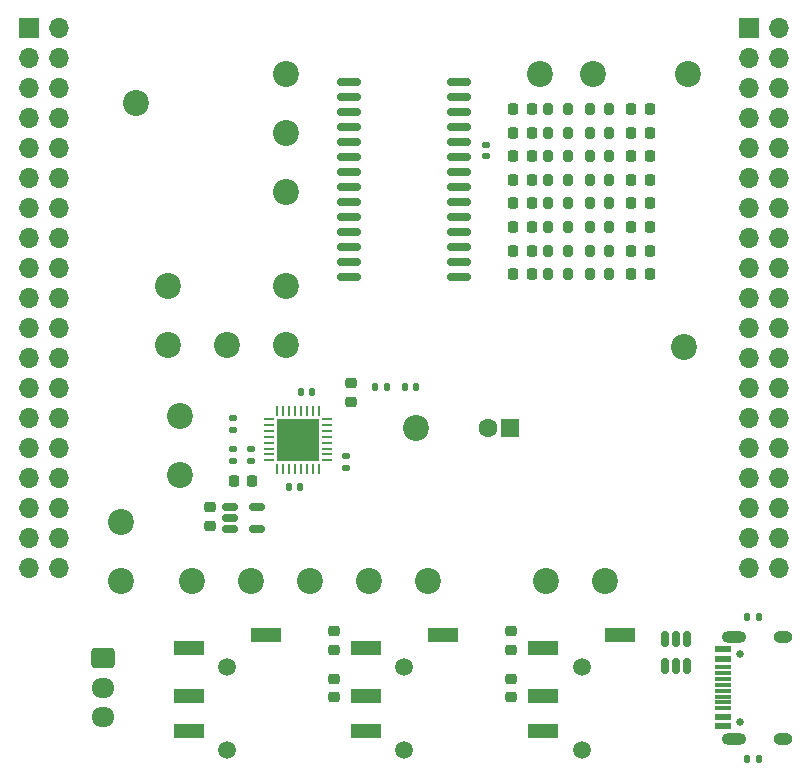
<source format=gbr>
%TF.GenerationSoftware,KiCad,Pcbnew,7.0.5-7.0.5~ubuntu22.04.1*%
%TF.CreationDate,2023-07-17T10:47:06+02:00*%
%TF.ProjectId,audio_iface,61756469-6f5f-4696-9661-63652e6b6963,rev?*%
%TF.SameCoordinates,Original*%
%TF.FileFunction,Soldermask,Top*%
%TF.FilePolarity,Negative*%
%FSLAX46Y46*%
G04 Gerber Fmt 4.6, Leading zero omitted, Abs format (unit mm)*
G04 Created by KiCad (PCBNEW 7.0.5-7.0.5~ubuntu22.04.1) date 2023-07-17 10:47:06*
%MOMM*%
%LPD*%
G01*
G04 APERTURE LIST*
G04 Aperture macros list*
%AMRoundRect*
0 Rectangle with rounded corners*
0 $1 Rounding radius*
0 $2 $3 $4 $5 $6 $7 $8 $9 X,Y pos of 4 corners*
0 Add a 4 corners polygon primitive as box body*
4,1,4,$2,$3,$4,$5,$6,$7,$8,$9,$2,$3,0*
0 Add four circle primitives for the rounded corners*
1,1,$1+$1,$2,$3*
1,1,$1+$1,$4,$5*
1,1,$1+$1,$6,$7*
1,1,$1+$1,$8,$9*
0 Add four rect primitives between the rounded corners*
20,1,$1+$1,$2,$3,$4,$5,0*
20,1,$1+$1,$4,$5,$6,$7,0*
20,1,$1+$1,$6,$7,$8,$9,0*
20,1,$1+$1,$8,$9,$2,$3,0*%
G04 Aperture macros list end*
%ADD10RoundRect,0.150000X-0.512500X-0.150000X0.512500X-0.150000X0.512500X0.150000X-0.512500X0.150000X0*%
%ADD11RoundRect,0.225000X-0.250000X0.225000X-0.250000X-0.225000X0.250000X-0.225000X0.250000X0.225000X0*%
%ADD12RoundRect,0.225000X0.225000X0.250000X-0.225000X0.250000X-0.225000X-0.250000X0.225000X-0.250000X0*%
%ADD13RoundRect,0.218750X-0.218750X-0.256250X0.218750X-0.256250X0.218750X0.256250X-0.218750X0.256250X0*%
%ADD14C,1.500000*%
%ADD15R,2.500000X1.200000*%
%ADD16C,2.200000*%
%ADD17RoundRect,0.200000X0.200000X0.275000X-0.200000X0.275000X-0.200000X-0.275000X0.200000X-0.275000X0*%
%ADD18RoundRect,0.135000X0.135000X0.185000X-0.135000X0.185000X-0.135000X-0.185000X0.135000X-0.185000X0*%
%ADD19RoundRect,0.250000X-0.725000X0.600000X-0.725000X-0.600000X0.725000X-0.600000X0.725000X0.600000X0*%
%ADD20O,1.950000X1.700000*%
%ADD21RoundRect,0.200000X-0.200000X-0.275000X0.200000X-0.275000X0.200000X0.275000X-0.200000X0.275000X0*%
%ADD22RoundRect,0.140000X-0.140000X-0.170000X0.140000X-0.170000X0.140000X0.170000X-0.140000X0.170000X0*%
%ADD23RoundRect,0.218750X0.218750X0.256250X-0.218750X0.256250X-0.218750X-0.256250X0.218750X-0.256250X0*%
%ADD24RoundRect,0.140000X0.170000X-0.140000X0.170000X0.140000X-0.170000X0.140000X-0.170000X-0.140000X0*%
%ADD25RoundRect,0.225000X0.250000X-0.225000X0.250000X0.225000X-0.250000X0.225000X-0.250000X-0.225000X0*%
%ADD26C,0.650000*%
%ADD27R,1.450000X0.600000*%
%ADD28R,1.450000X0.300000*%
%ADD29O,2.100000X1.000000*%
%ADD30O,1.600000X1.000000*%
%ADD31RoundRect,0.140000X-0.170000X0.140000X-0.170000X-0.140000X0.170000X-0.140000X0.170000X0.140000X0*%
%ADD32RoundRect,0.150000X-0.150000X0.512500X-0.150000X-0.512500X0.150000X-0.512500X0.150000X0.512500X0*%
%ADD33RoundRect,0.135000X0.185000X-0.135000X0.185000X0.135000X-0.185000X0.135000X-0.185000X-0.135000X0*%
%ADD34RoundRect,0.150000X0.875000X0.150000X-0.875000X0.150000X-0.875000X-0.150000X0.875000X-0.150000X0*%
%ADD35RoundRect,0.062500X0.062500X-0.337500X0.062500X0.337500X-0.062500X0.337500X-0.062500X-0.337500X0*%
%ADD36RoundRect,0.062500X0.337500X-0.062500X0.337500X0.062500X-0.337500X0.062500X-0.337500X-0.062500X0*%
%ADD37R,3.600000X3.600000*%
%ADD38RoundRect,0.140000X0.140000X0.170000X-0.140000X0.170000X-0.140000X-0.170000X0.140000X-0.170000X0*%
%ADD39R,1.600000X1.600000*%
%ADD40C,1.600000*%
%ADD41RoundRect,0.135000X-0.185000X0.135000X-0.185000X-0.135000X0.185000X-0.135000X0.185000X0.135000X0*%
%ADD42R,1.700000X1.700000*%
%ADD43O,1.700000X1.700000*%
G04 APERTURE END LIST*
D10*
%TO.C,U302*%
X37517500Y-87670000D03*
X37517500Y-89570000D03*
X35242500Y-89570000D03*
X35242500Y-88620000D03*
X35242500Y-87670000D03*
%TD*%
D11*
%TO.C,C309*%
X33517500Y-87715000D03*
X33517500Y-89265000D03*
%TD*%
D12*
%TO.C,C312*%
X35542500Y-85490000D03*
X37092500Y-85490000D03*
%TD*%
D13*
%TO.C,D508*%
X59212500Y-54000000D03*
X60787500Y-54000000D03*
%TD*%
D14*
%TO.C,J302*%
X50000000Y-108275000D03*
X50000000Y-101275000D03*
D15*
X46750000Y-103675000D03*
X46750000Y-106675000D03*
X53250000Y-98575000D03*
X46750000Y-99675000D03*
%TD*%
D16*
%TO.C,TP102*%
X66000000Y-51000000D03*
%TD*%
D17*
%TO.C,R515*%
X67325000Y-56000000D03*
X65675000Y-56000000D03*
%TD*%
D16*
%TO.C,TP301*%
X51000000Y-81000000D03*
%TD*%
D18*
%TO.C,R402*%
X80010000Y-109000000D03*
X78990000Y-109000000D03*
%TD*%
D16*
%TO.C,TP308*%
X37000000Y-94000000D03*
%TD*%
D11*
%TO.C,C310*%
X44000000Y-98225000D03*
X44000000Y-99775000D03*
%TD*%
D16*
%TO.C,TP202*%
X74000000Y-51000000D03*
%TD*%
D17*
%TO.C,R509*%
X67325000Y-68000000D03*
X65675000Y-68000000D03*
%TD*%
D16*
%TO.C,TP204*%
X26000000Y-89000000D03*
%TD*%
D19*
%TO.C,J201*%
X24450000Y-100500000D03*
D20*
X24450000Y-103000000D03*
X24450000Y-105500000D03*
%TD*%
D13*
%TO.C,D503*%
X59212500Y-64000000D03*
X60787500Y-64000000D03*
%TD*%
D16*
%TO.C,TP111*%
X31020000Y-85000000D03*
%TD*%
D18*
%TO.C,R301*%
X48510000Y-77500000D03*
X47490000Y-77500000D03*
%TD*%
D16*
%TO.C,TP112*%
X31020000Y-80000000D03*
%TD*%
D21*
%TO.C,R503*%
X62175000Y-64000000D03*
X63825000Y-64000000D03*
%TD*%
%TO.C,R506*%
X62175000Y-58000000D03*
X63825000Y-58000000D03*
%TD*%
D17*
%TO.C,R511*%
X67325000Y-64000000D03*
X65675000Y-64000000D03*
%TD*%
D21*
%TO.C,R504*%
X62175000Y-62000000D03*
X63825000Y-62000000D03*
%TD*%
D22*
%TO.C,C306*%
X41240000Y-78000000D03*
X42200000Y-78000000D03*
%TD*%
D23*
%TO.C,D513*%
X70787500Y-60000000D03*
X69212500Y-60000000D03*
%TD*%
D16*
%TO.C,TP306*%
X32000000Y-94000000D03*
%TD*%
D24*
%TO.C,C501*%
X56900000Y-57980000D03*
X56900000Y-57020000D03*
%TD*%
D21*
%TO.C,R501*%
X62175000Y-68000000D03*
X63825000Y-68000000D03*
%TD*%
D23*
%TO.C,D514*%
X70787500Y-58000000D03*
X69212500Y-58000000D03*
%TD*%
D11*
%TO.C,C304*%
X45500000Y-77225000D03*
X45500000Y-78775000D03*
%TD*%
D25*
%TO.C,C301*%
X59000000Y-99775000D03*
X59000000Y-98225000D03*
%TD*%
D21*
%TO.C,R505*%
X62175000Y-60000000D03*
X63825000Y-60000000D03*
%TD*%
D23*
%TO.C,D512*%
X70787500Y-62000000D03*
X69212500Y-62000000D03*
%TD*%
%TO.C,D511*%
X70787500Y-64000000D03*
X69212500Y-64000000D03*
%TD*%
D16*
%TO.C,TP106*%
X40000000Y-74000000D03*
%TD*%
D21*
%TO.C,R508*%
X62175000Y-54000000D03*
X63825000Y-54000000D03*
%TD*%
D16*
%TO.C,TP205*%
X73680000Y-74120000D03*
%TD*%
%TO.C,TP305*%
X52000000Y-94000000D03*
%TD*%
D23*
%TO.C,D510*%
X70787500Y-66000000D03*
X69212500Y-66000000D03*
%TD*%
D21*
%TO.C,R502*%
X62175000Y-66000000D03*
X63825000Y-66000000D03*
%TD*%
D17*
%TO.C,R513*%
X67325000Y-60000000D03*
X65675000Y-60000000D03*
%TD*%
D23*
%TO.C,D515*%
X70787500Y-56000000D03*
X69212500Y-56000000D03*
%TD*%
D26*
%TO.C,J401*%
X78400000Y-105890000D03*
X78400000Y-100110000D03*
D27*
X76955000Y-106250000D03*
X76955000Y-105450000D03*
D28*
X76955000Y-104250000D03*
X76955000Y-103250000D03*
X76955000Y-102750000D03*
X76955000Y-101750000D03*
D27*
X76955000Y-100550000D03*
X76955000Y-99750000D03*
X76955000Y-99750000D03*
X76955000Y-100550000D03*
D28*
X76955000Y-101250000D03*
X76955000Y-102250000D03*
X76955000Y-103750000D03*
X76955000Y-104750000D03*
D27*
X76955000Y-105450000D03*
X76955000Y-106250000D03*
D29*
X77870000Y-107320000D03*
D30*
X82050000Y-107320000D03*
D29*
X77870000Y-98680000D03*
D30*
X82050000Y-98680000D03*
%TD*%
D17*
%TO.C,R514*%
X67325000Y-58000000D03*
X65675000Y-58000000D03*
%TD*%
D16*
%TO.C,TP101*%
X40000000Y-61000000D03*
%TD*%
D31*
%TO.C,C305*%
X45020000Y-83420000D03*
X45020000Y-84380000D03*
%TD*%
D16*
%TO.C,TP107*%
X35000000Y-74000000D03*
%TD*%
D13*
%TO.C,D501*%
X59212500Y-68000000D03*
X60787500Y-68000000D03*
%TD*%
D16*
%TO.C,TP104*%
X40000000Y-56000000D03*
%TD*%
D22*
%TO.C,C303*%
X50020000Y-77500000D03*
X50980000Y-77500000D03*
%TD*%
D32*
%TO.C,U401*%
X73950000Y-98862500D03*
X73000000Y-98862500D03*
X72050000Y-98862500D03*
X72050000Y-101137500D03*
X73000000Y-101137500D03*
X73950000Y-101137500D03*
%TD*%
D13*
%TO.C,D505*%
X59212500Y-60000000D03*
X60787500Y-60000000D03*
%TD*%
D14*
%TO.C,J301*%
X65000000Y-108275000D03*
X65000000Y-101275000D03*
D15*
X61750000Y-103675000D03*
X61750000Y-106675000D03*
X68250000Y-98575000D03*
X61750000Y-99675000D03*
%TD*%
D33*
%TO.C,R303*%
X35500000Y-83810000D03*
X35500000Y-82790000D03*
%TD*%
D16*
%TO.C,TP304*%
X47000000Y-94000000D03*
%TD*%
D34*
%TO.C,U501*%
X54650000Y-68255000D03*
X54650000Y-66985000D03*
X54650000Y-65715000D03*
X54650000Y-64445000D03*
X54650000Y-63175000D03*
X54650000Y-61905000D03*
X54650000Y-60635000D03*
X54650000Y-59365000D03*
X54650000Y-58095000D03*
X54650000Y-56825000D03*
X54650000Y-55555000D03*
X54650000Y-54285000D03*
X54650000Y-53015000D03*
X54650000Y-51745000D03*
X45350000Y-51745000D03*
X45350000Y-53015000D03*
X45350000Y-54285000D03*
X45350000Y-55555000D03*
X45350000Y-56825000D03*
X45350000Y-58095000D03*
X45350000Y-59365000D03*
X45350000Y-60635000D03*
X45350000Y-61905000D03*
X45350000Y-63175000D03*
X45350000Y-64445000D03*
X45350000Y-65715000D03*
X45350000Y-66985000D03*
X45350000Y-68255000D03*
%TD*%
D16*
%TO.C,TP201*%
X27300000Y-53500000D03*
%TD*%
%TO.C,TP109*%
X30000000Y-74000000D03*
%TD*%
%TO.C,TP203*%
X26000000Y-94000000D03*
%TD*%
D35*
%TO.C,U301*%
X39250000Y-84450000D03*
X39750000Y-84450000D03*
X40250000Y-84450000D03*
X40750000Y-84450000D03*
X41250000Y-84450000D03*
X41750000Y-84450000D03*
X42250000Y-84450000D03*
X42750000Y-84450000D03*
D36*
X43450000Y-83750000D03*
X43450000Y-83250000D03*
X43450000Y-82750000D03*
X43450000Y-82250000D03*
X43450000Y-81750000D03*
X43450000Y-81250000D03*
X43450000Y-80750000D03*
X43450000Y-80250000D03*
D35*
X42750000Y-79550000D03*
X42250000Y-79550000D03*
X41750000Y-79550000D03*
X41250000Y-79550000D03*
X40750000Y-79550000D03*
X40250000Y-79550000D03*
X39750000Y-79550000D03*
X39250000Y-79550000D03*
D36*
X38550000Y-80250000D03*
X38550000Y-80750000D03*
X38550000Y-81250000D03*
X38550000Y-81750000D03*
X38550000Y-82250000D03*
X38550000Y-82750000D03*
X38550000Y-83250000D03*
X38550000Y-83750000D03*
D37*
X41000000Y-82000000D03*
%TD*%
D17*
%TO.C,R510*%
X67325000Y-66000000D03*
X65675000Y-66000000D03*
%TD*%
D38*
%TO.C,C308*%
X41200000Y-86000000D03*
X40240000Y-86000000D03*
%TD*%
D21*
%TO.C,R507*%
X62175000Y-56000000D03*
X63825000Y-56000000D03*
%TD*%
D16*
%TO.C,TP302*%
X62000000Y-94000000D03*
%TD*%
D31*
%TO.C,C307*%
X37020000Y-82820000D03*
X37020000Y-83780000D03*
%TD*%
D39*
%TO.C,MK301*%
X58950000Y-81000000D03*
D40*
X57050000Y-81000000D03*
%TD*%
D16*
%TO.C,TP307*%
X42000000Y-94000000D03*
%TD*%
D13*
%TO.C,D502*%
X59212500Y-66000000D03*
X60787500Y-66000000D03*
%TD*%
D16*
%TO.C,TP303*%
X67000000Y-94000000D03*
%TD*%
D13*
%TO.C,D504*%
X59212500Y-62000000D03*
X60787500Y-62000000D03*
%TD*%
D16*
%TO.C,TP103*%
X61500000Y-51000000D03*
%TD*%
D41*
%TO.C,R302*%
X35500000Y-80190000D03*
X35500000Y-81210000D03*
%TD*%
D18*
%TO.C,R401*%
X80010000Y-97000000D03*
X78990000Y-97000000D03*
%TD*%
D14*
%TO.C,J303*%
X35000000Y-108275000D03*
X35000000Y-101275000D03*
D15*
X31750000Y-103675000D03*
X31750000Y-106675000D03*
X38250000Y-98575000D03*
X31750000Y-99675000D03*
%TD*%
D16*
%TO.C,TP105*%
X40000000Y-51000000D03*
%TD*%
D42*
%TO.C,U201*%
X18250000Y-47140000D03*
D43*
X20790000Y-47140000D03*
X18250000Y-49680000D03*
X20790000Y-49680000D03*
X18250000Y-52220000D03*
X20790000Y-52220000D03*
X18250000Y-54760000D03*
X20790000Y-54760000D03*
X18250000Y-57300000D03*
X20790000Y-57300000D03*
X18250000Y-59840000D03*
X20790000Y-59840000D03*
X18250000Y-62380000D03*
X20790000Y-62380000D03*
X18250000Y-64920000D03*
X20790000Y-64920000D03*
X18250000Y-67460000D03*
X20790000Y-67460000D03*
X18250000Y-70000000D03*
X20790000Y-70000000D03*
X18250000Y-72540000D03*
X20790000Y-72540000D03*
X18250000Y-75080000D03*
X20790000Y-75080000D03*
X18250000Y-77620000D03*
X20790000Y-77620000D03*
X18250000Y-80160000D03*
X20790000Y-80160000D03*
X18250000Y-82700000D03*
X20790000Y-82700000D03*
X18250000Y-85240000D03*
X20790000Y-85240000D03*
X18250000Y-87780000D03*
X20790000Y-87780000D03*
X18250000Y-90320000D03*
X20790000Y-90320000D03*
X18250000Y-92860000D03*
X20790000Y-92860000D03*
D42*
X79210000Y-47150000D03*
D43*
X81750000Y-47150000D03*
X79210000Y-49680000D03*
X81750000Y-49680000D03*
X79210000Y-52220000D03*
X81750000Y-52220000D03*
X79210000Y-54760000D03*
X81750000Y-54760000D03*
X79210000Y-57300000D03*
X81750000Y-57300000D03*
X79210000Y-59840000D03*
X81750000Y-59840000D03*
X79210000Y-62380000D03*
X81750000Y-62380000D03*
X79210000Y-64920000D03*
X81750000Y-64920000D03*
X79210000Y-67460000D03*
X81750000Y-67460000D03*
X79210000Y-70000000D03*
X81750000Y-70000000D03*
X79210000Y-72540000D03*
X81750000Y-72540000D03*
X79210000Y-75080000D03*
X81750000Y-75080000D03*
X79210000Y-77620000D03*
X81750000Y-77620000D03*
X79210000Y-80160000D03*
X81750000Y-80160000D03*
X79210000Y-82700000D03*
X81750000Y-82700000D03*
X79210000Y-85240000D03*
X81750000Y-85240000D03*
X79210000Y-87780000D03*
X81750000Y-87780000D03*
X79210000Y-90320000D03*
X81750000Y-90320000D03*
X79210000Y-92860000D03*
X81750000Y-92860000D03*
%TD*%
D11*
%TO.C,C311*%
X44000000Y-102225000D03*
X44000000Y-103775000D03*
%TD*%
D17*
%TO.C,R512*%
X67325000Y-62000000D03*
X65675000Y-62000000D03*
%TD*%
D25*
%TO.C,C302*%
X59000000Y-103775000D03*
X59000000Y-102225000D03*
%TD*%
D13*
%TO.C,D507*%
X59212500Y-56000000D03*
X60787500Y-56000000D03*
%TD*%
D17*
%TO.C,R516*%
X67325000Y-54000000D03*
X65675000Y-54000000D03*
%TD*%
D16*
%TO.C,TP110*%
X30000000Y-69000000D03*
%TD*%
D13*
%TO.C,D506*%
X59212500Y-58000000D03*
X60787500Y-58000000D03*
%TD*%
D23*
%TO.C,D516*%
X70787500Y-54000000D03*
X69212500Y-54000000D03*
%TD*%
%TO.C,D509*%
X70787500Y-68000000D03*
X69212500Y-68000000D03*
%TD*%
D16*
%TO.C,TP108*%
X40000000Y-69000000D03*
%TD*%
M02*

</source>
